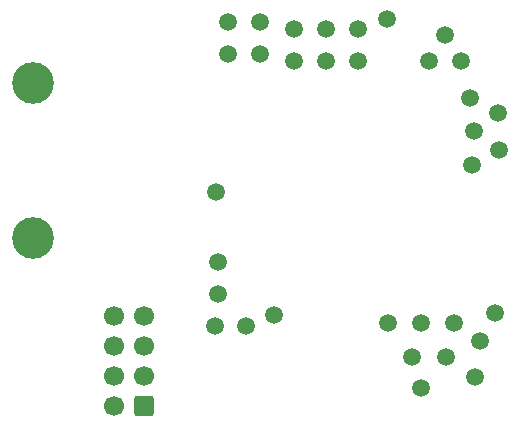
<source format=gbs>
G04 #@! TF.GenerationSoftware,KiCad,Pcbnew,7.0.8-7.0.8~ubuntu22.04.1*
G04 #@! TF.CreationDate,2023-10-11T15:45:23+02:00*
G04 #@! TF.ProjectId,Pico_PCB,5069636f-5f50-4434-922e-6b696361645f,rev?*
G04 #@! TF.SameCoordinates,Original*
G04 #@! TF.FileFunction,Soldermask,Bot*
G04 #@! TF.FilePolarity,Negative*
%FSLAX46Y46*%
G04 Gerber Fmt 4.6, Leading zero omitted, Abs format (unit mm)*
G04 Created by KiCad (PCBNEW 7.0.8-7.0.8~ubuntu22.04.1) date 2023-10-11 15:45:23*
%MOMM*%
%LPD*%
G01*
G04 APERTURE LIST*
G04 Aperture macros list*
%AMRoundRect*
0 Rectangle with rounded corners*
0 $1 Rounding radius*
0 $2 $3 $4 $5 $6 $7 $8 $9 X,Y pos of 4 corners*
0 Add a 4 corners polygon primitive as box body*
4,1,4,$2,$3,$4,$5,$6,$7,$8,$9,$2,$3,0*
0 Add four circle primitives for the rounded corners*
1,1,$1+$1,$2,$3*
1,1,$1+$1,$4,$5*
1,1,$1+$1,$6,$7*
1,1,$1+$1,$8,$9*
0 Add four rect primitives between the rounded corners*
20,1,$1+$1,$2,$3,$4,$5,0*
20,1,$1+$1,$4,$5,$6,$7,0*
20,1,$1+$1,$6,$7,$8,$9,0*
20,1,$1+$1,$8,$9,$2,$3,0*%
G04 Aperture macros list end*
%ADD10C,1.500000*%
%ADD11RoundRect,0.250000X0.600000X0.600000X-0.600000X0.600000X-0.600000X-0.600000X0.600000X-0.600000X0*%
%ADD12C,1.700000*%
%ADD13C,3.530600*%
G04 APERTURE END LIST*
D10*
X263238000Y-42160000D03*
X251200000Y-42400000D03*
X248700000Y-31100000D03*
X266000000Y-47700000D03*
X266032000Y-42160000D03*
X255250000Y-17300000D03*
X252400000Y-19350000D03*
X258000000Y-20000000D03*
X248850000Y-39700000D03*
X248850000Y-37000000D03*
D11*
X242550000Y-49170000D03*
D12*
X240010000Y-49170000D03*
X242550000Y-46630000D03*
X240010000Y-46630000D03*
X242550000Y-44090000D03*
X240010000Y-44090000D03*
X242550000Y-41550000D03*
X240010000Y-41550000D03*
D10*
X268050000Y-17750000D03*
X272500000Y-24400000D03*
X266700000Y-20000000D03*
X263100000Y-16400000D03*
X271050000Y-43700000D03*
X255300000Y-20000000D03*
X260700000Y-17300000D03*
X269400000Y-20000000D03*
X249650000Y-16650000D03*
X270500000Y-25900000D03*
X249700000Y-19350000D03*
X257950000Y-17300000D03*
X265300000Y-45050000D03*
X270600000Y-46750000D03*
X252350000Y-16650000D03*
X253600000Y-41450000D03*
X272600000Y-27500000D03*
X270200000Y-23100000D03*
X248550000Y-42400000D03*
X272250000Y-41300000D03*
X260700000Y-20000000D03*
D13*
X233190000Y-21836520D03*
X233190000Y-34968320D03*
D10*
X270300000Y-28800000D03*
X268826000Y-42160000D03*
X268100000Y-45000000D03*
M02*

</source>
